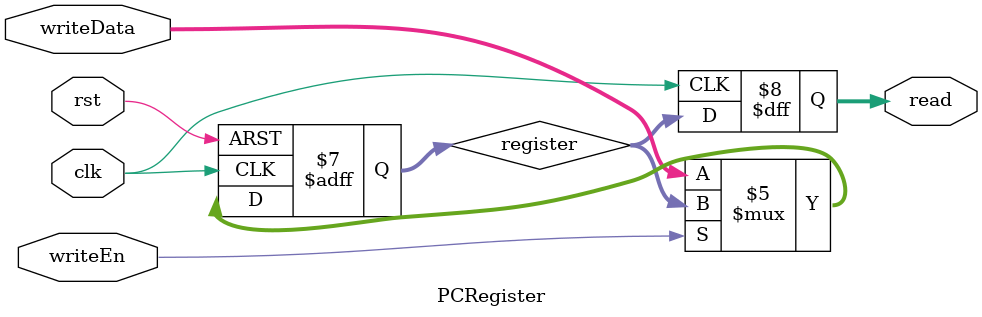
<source format=sv>
module PCRegister #(parameter BITS = 64) (clk, rst, writeData, writeEn, read);
    input wire [BITS-1:0] writeData;
    input wire rst;
    input wire writeEn, clk;
    output reg [BITS-1:0] read;
    
    reg [BITS-1:0] register;
    
    always @(posedge clk) begin
        read <= register;
    end

    always @(negedge clk, posedge rst) begin
        if (rst) begin
            register <= 0;
        end else if (~writeEn) begin
            register <= writeData;
        end
    end

    initial
        read = 0;


endmodule
</source>
